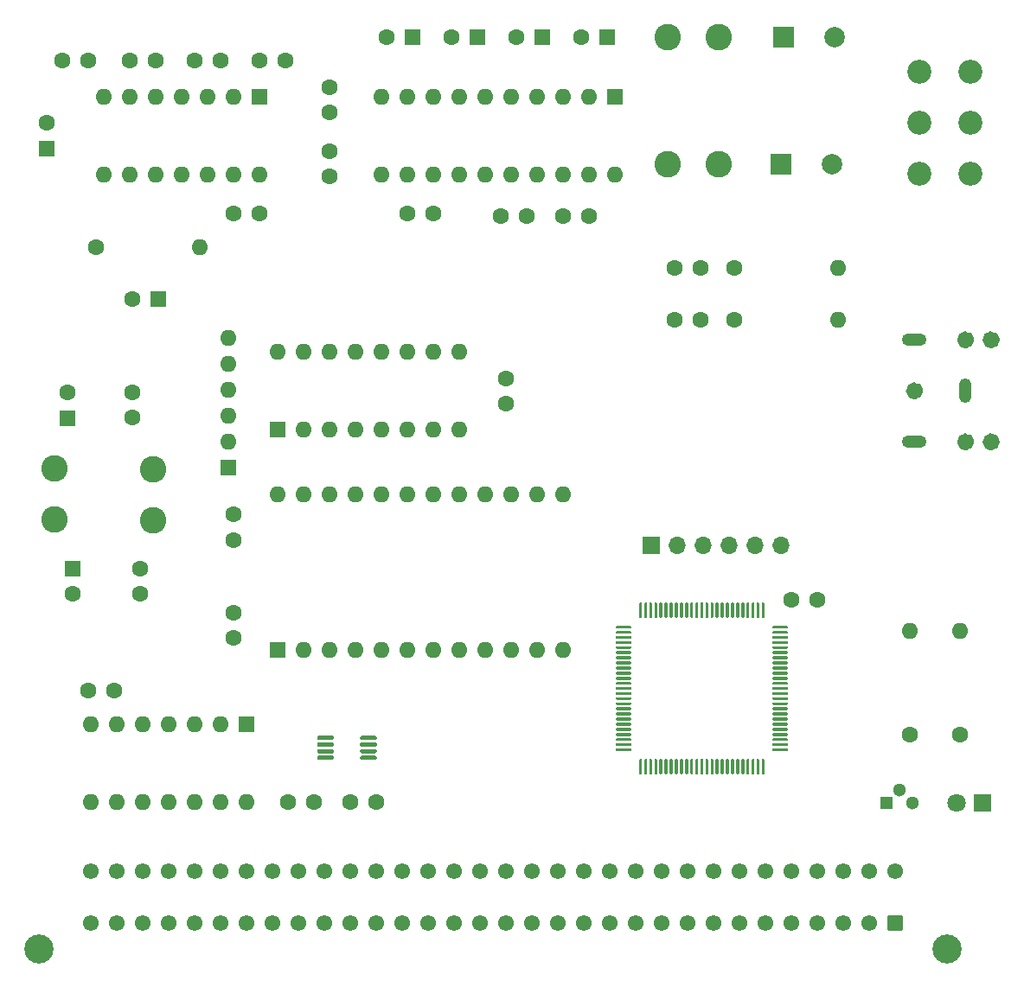
<source format=gts>
G04 #@! TF.GenerationSoftware,KiCad,Pcbnew,(5.1.10)-1*
G04 #@! TF.CreationDate,2021-07-30T10:23:40+01:00*
G04 #@! TF.ProjectId,AudioYM2151,41756469-6f59-44d3-9231-35312e6b6963,rev?*
G04 #@! TF.SameCoordinates,Original*
G04 #@! TF.FileFunction,Soldermask,Top*
G04 #@! TF.FilePolarity,Negative*
%FSLAX46Y46*%
G04 Gerber Fmt 4.6, Leading zero omitted, Abs format (unit mm)*
G04 Created by KiCad (PCBNEW (5.1.10)-1) date 2021-07-30 10:23:40*
%MOMM*%
%LPD*%
G01*
G04 APERTURE LIST*
%ADD10C,0.854000*%
%ADD11C,2.000000*%
%ADD12R,2.000000X2.000000*%
%ADD13C,2.600000*%
%ADD14C,1.600000*%
%ADD15R,1.600000X1.600000*%
%ADD16O,1.600000X1.600000*%
%ADD17C,2.340000*%
%ADD18R,1.300000X1.300000*%
%ADD19C,1.300000*%
%ADD20C,1.200000*%
%ADD21O,2.416000X1.208000*%
%ADD22O,1.208000X2.416000*%
%ADD23C,1.550000*%
%ADD24C,2.850000*%
%ADD25O,1.700000X1.700000*%
%ADD26R,1.700000X1.700000*%
%ADD27C,1.800000*%
%ADD28R,1.800000X1.800000*%
G04 APERTURE END LIST*
D10*
X198547000Y-87573000D02*
G75*
G03*
X198547000Y-87573000I-427000J0D01*
G01*
X196047000Y-87573000D02*
G75*
G03*
X196047000Y-87573000I-427000J0D01*
G01*
X198547000Y-97573000D02*
G75*
G03*
X198547000Y-97573000I-427000J0D01*
G01*
X196047000Y-97573000D02*
G75*
G03*
X196047000Y-97573000I-427000J0D01*
G01*
X191047000Y-92573000D02*
G75*
G03*
X191047000Y-92573000I-427000J0D01*
G01*
G36*
G01*
X163649000Y-114729500D02*
X163649000Y-113404500D01*
G75*
G02*
X163724000Y-113329500I75000J0D01*
G01*
X163874000Y-113329500D01*
G75*
G02*
X163949000Y-113404500I0J-75000D01*
G01*
X163949000Y-114729500D01*
G75*
G02*
X163874000Y-114804500I-75000J0D01*
G01*
X163724000Y-114804500D01*
G75*
G02*
X163649000Y-114729500I0J75000D01*
G01*
G37*
G36*
G01*
X164149000Y-114729500D02*
X164149000Y-113404500D01*
G75*
G02*
X164224000Y-113329500I75000J0D01*
G01*
X164374000Y-113329500D01*
G75*
G02*
X164449000Y-113404500I0J-75000D01*
G01*
X164449000Y-114729500D01*
G75*
G02*
X164374000Y-114804500I-75000J0D01*
G01*
X164224000Y-114804500D01*
G75*
G02*
X164149000Y-114729500I0J75000D01*
G01*
G37*
G36*
G01*
X164649000Y-114729500D02*
X164649000Y-113404500D01*
G75*
G02*
X164724000Y-113329500I75000J0D01*
G01*
X164874000Y-113329500D01*
G75*
G02*
X164949000Y-113404500I0J-75000D01*
G01*
X164949000Y-114729500D01*
G75*
G02*
X164874000Y-114804500I-75000J0D01*
G01*
X164724000Y-114804500D01*
G75*
G02*
X164649000Y-114729500I0J75000D01*
G01*
G37*
G36*
G01*
X165149000Y-114729500D02*
X165149000Y-113404500D01*
G75*
G02*
X165224000Y-113329500I75000J0D01*
G01*
X165374000Y-113329500D01*
G75*
G02*
X165449000Y-113404500I0J-75000D01*
G01*
X165449000Y-114729500D01*
G75*
G02*
X165374000Y-114804500I-75000J0D01*
G01*
X165224000Y-114804500D01*
G75*
G02*
X165149000Y-114729500I0J75000D01*
G01*
G37*
G36*
G01*
X165649000Y-114729500D02*
X165649000Y-113404500D01*
G75*
G02*
X165724000Y-113329500I75000J0D01*
G01*
X165874000Y-113329500D01*
G75*
G02*
X165949000Y-113404500I0J-75000D01*
G01*
X165949000Y-114729500D01*
G75*
G02*
X165874000Y-114804500I-75000J0D01*
G01*
X165724000Y-114804500D01*
G75*
G02*
X165649000Y-114729500I0J75000D01*
G01*
G37*
G36*
G01*
X166149000Y-114729500D02*
X166149000Y-113404500D01*
G75*
G02*
X166224000Y-113329500I75000J0D01*
G01*
X166374000Y-113329500D01*
G75*
G02*
X166449000Y-113404500I0J-75000D01*
G01*
X166449000Y-114729500D01*
G75*
G02*
X166374000Y-114804500I-75000J0D01*
G01*
X166224000Y-114804500D01*
G75*
G02*
X166149000Y-114729500I0J75000D01*
G01*
G37*
G36*
G01*
X166649000Y-114729500D02*
X166649000Y-113404500D01*
G75*
G02*
X166724000Y-113329500I75000J0D01*
G01*
X166874000Y-113329500D01*
G75*
G02*
X166949000Y-113404500I0J-75000D01*
G01*
X166949000Y-114729500D01*
G75*
G02*
X166874000Y-114804500I-75000J0D01*
G01*
X166724000Y-114804500D01*
G75*
G02*
X166649000Y-114729500I0J75000D01*
G01*
G37*
G36*
G01*
X167149000Y-114729500D02*
X167149000Y-113404500D01*
G75*
G02*
X167224000Y-113329500I75000J0D01*
G01*
X167374000Y-113329500D01*
G75*
G02*
X167449000Y-113404500I0J-75000D01*
G01*
X167449000Y-114729500D01*
G75*
G02*
X167374000Y-114804500I-75000J0D01*
G01*
X167224000Y-114804500D01*
G75*
G02*
X167149000Y-114729500I0J75000D01*
G01*
G37*
G36*
G01*
X167649000Y-114729500D02*
X167649000Y-113404500D01*
G75*
G02*
X167724000Y-113329500I75000J0D01*
G01*
X167874000Y-113329500D01*
G75*
G02*
X167949000Y-113404500I0J-75000D01*
G01*
X167949000Y-114729500D01*
G75*
G02*
X167874000Y-114804500I-75000J0D01*
G01*
X167724000Y-114804500D01*
G75*
G02*
X167649000Y-114729500I0J75000D01*
G01*
G37*
G36*
G01*
X168149000Y-114729500D02*
X168149000Y-113404500D01*
G75*
G02*
X168224000Y-113329500I75000J0D01*
G01*
X168374000Y-113329500D01*
G75*
G02*
X168449000Y-113404500I0J-75000D01*
G01*
X168449000Y-114729500D01*
G75*
G02*
X168374000Y-114804500I-75000J0D01*
G01*
X168224000Y-114804500D01*
G75*
G02*
X168149000Y-114729500I0J75000D01*
G01*
G37*
G36*
G01*
X168649000Y-114729500D02*
X168649000Y-113404500D01*
G75*
G02*
X168724000Y-113329500I75000J0D01*
G01*
X168874000Y-113329500D01*
G75*
G02*
X168949000Y-113404500I0J-75000D01*
G01*
X168949000Y-114729500D01*
G75*
G02*
X168874000Y-114804500I-75000J0D01*
G01*
X168724000Y-114804500D01*
G75*
G02*
X168649000Y-114729500I0J75000D01*
G01*
G37*
G36*
G01*
X169149000Y-114729500D02*
X169149000Y-113404500D01*
G75*
G02*
X169224000Y-113329500I75000J0D01*
G01*
X169374000Y-113329500D01*
G75*
G02*
X169449000Y-113404500I0J-75000D01*
G01*
X169449000Y-114729500D01*
G75*
G02*
X169374000Y-114804500I-75000J0D01*
G01*
X169224000Y-114804500D01*
G75*
G02*
X169149000Y-114729500I0J75000D01*
G01*
G37*
G36*
G01*
X169649000Y-114729500D02*
X169649000Y-113404500D01*
G75*
G02*
X169724000Y-113329500I75000J0D01*
G01*
X169874000Y-113329500D01*
G75*
G02*
X169949000Y-113404500I0J-75000D01*
G01*
X169949000Y-114729500D01*
G75*
G02*
X169874000Y-114804500I-75000J0D01*
G01*
X169724000Y-114804500D01*
G75*
G02*
X169649000Y-114729500I0J75000D01*
G01*
G37*
G36*
G01*
X170149000Y-114729500D02*
X170149000Y-113404500D01*
G75*
G02*
X170224000Y-113329500I75000J0D01*
G01*
X170374000Y-113329500D01*
G75*
G02*
X170449000Y-113404500I0J-75000D01*
G01*
X170449000Y-114729500D01*
G75*
G02*
X170374000Y-114804500I-75000J0D01*
G01*
X170224000Y-114804500D01*
G75*
G02*
X170149000Y-114729500I0J75000D01*
G01*
G37*
G36*
G01*
X170649000Y-114729500D02*
X170649000Y-113404500D01*
G75*
G02*
X170724000Y-113329500I75000J0D01*
G01*
X170874000Y-113329500D01*
G75*
G02*
X170949000Y-113404500I0J-75000D01*
G01*
X170949000Y-114729500D01*
G75*
G02*
X170874000Y-114804500I-75000J0D01*
G01*
X170724000Y-114804500D01*
G75*
G02*
X170649000Y-114729500I0J75000D01*
G01*
G37*
G36*
G01*
X171149000Y-114729500D02*
X171149000Y-113404500D01*
G75*
G02*
X171224000Y-113329500I75000J0D01*
G01*
X171374000Y-113329500D01*
G75*
G02*
X171449000Y-113404500I0J-75000D01*
G01*
X171449000Y-114729500D01*
G75*
G02*
X171374000Y-114804500I-75000J0D01*
G01*
X171224000Y-114804500D01*
G75*
G02*
X171149000Y-114729500I0J75000D01*
G01*
G37*
G36*
G01*
X171649000Y-114729500D02*
X171649000Y-113404500D01*
G75*
G02*
X171724000Y-113329500I75000J0D01*
G01*
X171874000Y-113329500D01*
G75*
G02*
X171949000Y-113404500I0J-75000D01*
G01*
X171949000Y-114729500D01*
G75*
G02*
X171874000Y-114804500I-75000J0D01*
G01*
X171724000Y-114804500D01*
G75*
G02*
X171649000Y-114729500I0J75000D01*
G01*
G37*
G36*
G01*
X172149000Y-114729500D02*
X172149000Y-113404500D01*
G75*
G02*
X172224000Y-113329500I75000J0D01*
G01*
X172374000Y-113329500D01*
G75*
G02*
X172449000Y-113404500I0J-75000D01*
G01*
X172449000Y-114729500D01*
G75*
G02*
X172374000Y-114804500I-75000J0D01*
G01*
X172224000Y-114804500D01*
G75*
G02*
X172149000Y-114729500I0J75000D01*
G01*
G37*
G36*
G01*
X172649000Y-114729500D02*
X172649000Y-113404500D01*
G75*
G02*
X172724000Y-113329500I75000J0D01*
G01*
X172874000Y-113329500D01*
G75*
G02*
X172949000Y-113404500I0J-75000D01*
G01*
X172949000Y-114729500D01*
G75*
G02*
X172874000Y-114804500I-75000J0D01*
G01*
X172724000Y-114804500D01*
G75*
G02*
X172649000Y-114729500I0J75000D01*
G01*
G37*
G36*
G01*
X173149000Y-114729500D02*
X173149000Y-113404500D01*
G75*
G02*
X173224000Y-113329500I75000J0D01*
G01*
X173374000Y-113329500D01*
G75*
G02*
X173449000Y-113404500I0J-75000D01*
G01*
X173449000Y-114729500D01*
G75*
G02*
X173374000Y-114804500I-75000J0D01*
G01*
X173224000Y-114804500D01*
G75*
G02*
X173149000Y-114729500I0J75000D01*
G01*
G37*
G36*
G01*
X173649000Y-114729500D02*
X173649000Y-113404500D01*
G75*
G02*
X173724000Y-113329500I75000J0D01*
G01*
X173874000Y-113329500D01*
G75*
G02*
X173949000Y-113404500I0J-75000D01*
G01*
X173949000Y-114729500D01*
G75*
G02*
X173874000Y-114804500I-75000J0D01*
G01*
X173724000Y-114804500D01*
G75*
G02*
X173649000Y-114729500I0J75000D01*
G01*
G37*
G36*
G01*
X174149000Y-114729500D02*
X174149000Y-113404500D01*
G75*
G02*
X174224000Y-113329500I75000J0D01*
G01*
X174374000Y-113329500D01*
G75*
G02*
X174449000Y-113404500I0J-75000D01*
G01*
X174449000Y-114729500D01*
G75*
G02*
X174374000Y-114804500I-75000J0D01*
G01*
X174224000Y-114804500D01*
G75*
G02*
X174149000Y-114729500I0J75000D01*
G01*
G37*
G36*
G01*
X174649000Y-114729500D02*
X174649000Y-113404500D01*
G75*
G02*
X174724000Y-113329500I75000J0D01*
G01*
X174874000Y-113329500D01*
G75*
G02*
X174949000Y-113404500I0J-75000D01*
G01*
X174949000Y-114729500D01*
G75*
G02*
X174874000Y-114804500I-75000J0D01*
G01*
X174724000Y-114804500D01*
G75*
G02*
X174649000Y-114729500I0J75000D01*
G01*
G37*
G36*
G01*
X175149000Y-114729500D02*
X175149000Y-113404500D01*
G75*
G02*
X175224000Y-113329500I75000J0D01*
G01*
X175374000Y-113329500D01*
G75*
G02*
X175449000Y-113404500I0J-75000D01*
G01*
X175449000Y-114729500D01*
G75*
G02*
X175374000Y-114804500I-75000J0D01*
G01*
X175224000Y-114804500D01*
G75*
G02*
X175149000Y-114729500I0J75000D01*
G01*
G37*
G36*
G01*
X175649000Y-114729500D02*
X175649000Y-113404500D01*
G75*
G02*
X175724000Y-113329500I75000J0D01*
G01*
X175874000Y-113329500D01*
G75*
G02*
X175949000Y-113404500I0J-75000D01*
G01*
X175949000Y-114729500D01*
G75*
G02*
X175874000Y-114804500I-75000J0D01*
G01*
X175724000Y-114804500D01*
G75*
G02*
X175649000Y-114729500I0J75000D01*
G01*
G37*
G36*
G01*
X176724000Y-115804500D02*
X176724000Y-115654500D01*
G75*
G02*
X176799000Y-115579500I75000J0D01*
G01*
X178124000Y-115579500D01*
G75*
G02*
X178199000Y-115654500I0J-75000D01*
G01*
X178199000Y-115804500D01*
G75*
G02*
X178124000Y-115879500I-75000J0D01*
G01*
X176799000Y-115879500D01*
G75*
G02*
X176724000Y-115804500I0J75000D01*
G01*
G37*
G36*
G01*
X176724000Y-116304500D02*
X176724000Y-116154500D01*
G75*
G02*
X176799000Y-116079500I75000J0D01*
G01*
X178124000Y-116079500D01*
G75*
G02*
X178199000Y-116154500I0J-75000D01*
G01*
X178199000Y-116304500D01*
G75*
G02*
X178124000Y-116379500I-75000J0D01*
G01*
X176799000Y-116379500D01*
G75*
G02*
X176724000Y-116304500I0J75000D01*
G01*
G37*
G36*
G01*
X176724000Y-116804500D02*
X176724000Y-116654500D01*
G75*
G02*
X176799000Y-116579500I75000J0D01*
G01*
X178124000Y-116579500D01*
G75*
G02*
X178199000Y-116654500I0J-75000D01*
G01*
X178199000Y-116804500D01*
G75*
G02*
X178124000Y-116879500I-75000J0D01*
G01*
X176799000Y-116879500D01*
G75*
G02*
X176724000Y-116804500I0J75000D01*
G01*
G37*
G36*
G01*
X176724000Y-117304500D02*
X176724000Y-117154500D01*
G75*
G02*
X176799000Y-117079500I75000J0D01*
G01*
X178124000Y-117079500D01*
G75*
G02*
X178199000Y-117154500I0J-75000D01*
G01*
X178199000Y-117304500D01*
G75*
G02*
X178124000Y-117379500I-75000J0D01*
G01*
X176799000Y-117379500D01*
G75*
G02*
X176724000Y-117304500I0J75000D01*
G01*
G37*
G36*
G01*
X176724000Y-117804500D02*
X176724000Y-117654500D01*
G75*
G02*
X176799000Y-117579500I75000J0D01*
G01*
X178124000Y-117579500D01*
G75*
G02*
X178199000Y-117654500I0J-75000D01*
G01*
X178199000Y-117804500D01*
G75*
G02*
X178124000Y-117879500I-75000J0D01*
G01*
X176799000Y-117879500D01*
G75*
G02*
X176724000Y-117804500I0J75000D01*
G01*
G37*
G36*
G01*
X176724000Y-118304500D02*
X176724000Y-118154500D01*
G75*
G02*
X176799000Y-118079500I75000J0D01*
G01*
X178124000Y-118079500D01*
G75*
G02*
X178199000Y-118154500I0J-75000D01*
G01*
X178199000Y-118304500D01*
G75*
G02*
X178124000Y-118379500I-75000J0D01*
G01*
X176799000Y-118379500D01*
G75*
G02*
X176724000Y-118304500I0J75000D01*
G01*
G37*
G36*
G01*
X176724000Y-118804500D02*
X176724000Y-118654500D01*
G75*
G02*
X176799000Y-118579500I75000J0D01*
G01*
X178124000Y-118579500D01*
G75*
G02*
X178199000Y-118654500I0J-75000D01*
G01*
X178199000Y-118804500D01*
G75*
G02*
X178124000Y-118879500I-75000J0D01*
G01*
X176799000Y-118879500D01*
G75*
G02*
X176724000Y-118804500I0J75000D01*
G01*
G37*
G36*
G01*
X176724000Y-119304500D02*
X176724000Y-119154500D01*
G75*
G02*
X176799000Y-119079500I75000J0D01*
G01*
X178124000Y-119079500D01*
G75*
G02*
X178199000Y-119154500I0J-75000D01*
G01*
X178199000Y-119304500D01*
G75*
G02*
X178124000Y-119379500I-75000J0D01*
G01*
X176799000Y-119379500D01*
G75*
G02*
X176724000Y-119304500I0J75000D01*
G01*
G37*
G36*
G01*
X176724000Y-119804500D02*
X176724000Y-119654500D01*
G75*
G02*
X176799000Y-119579500I75000J0D01*
G01*
X178124000Y-119579500D01*
G75*
G02*
X178199000Y-119654500I0J-75000D01*
G01*
X178199000Y-119804500D01*
G75*
G02*
X178124000Y-119879500I-75000J0D01*
G01*
X176799000Y-119879500D01*
G75*
G02*
X176724000Y-119804500I0J75000D01*
G01*
G37*
G36*
G01*
X176724000Y-120304500D02*
X176724000Y-120154500D01*
G75*
G02*
X176799000Y-120079500I75000J0D01*
G01*
X178124000Y-120079500D01*
G75*
G02*
X178199000Y-120154500I0J-75000D01*
G01*
X178199000Y-120304500D01*
G75*
G02*
X178124000Y-120379500I-75000J0D01*
G01*
X176799000Y-120379500D01*
G75*
G02*
X176724000Y-120304500I0J75000D01*
G01*
G37*
G36*
G01*
X176724000Y-120804500D02*
X176724000Y-120654500D01*
G75*
G02*
X176799000Y-120579500I75000J0D01*
G01*
X178124000Y-120579500D01*
G75*
G02*
X178199000Y-120654500I0J-75000D01*
G01*
X178199000Y-120804500D01*
G75*
G02*
X178124000Y-120879500I-75000J0D01*
G01*
X176799000Y-120879500D01*
G75*
G02*
X176724000Y-120804500I0J75000D01*
G01*
G37*
G36*
G01*
X176724000Y-121304500D02*
X176724000Y-121154500D01*
G75*
G02*
X176799000Y-121079500I75000J0D01*
G01*
X178124000Y-121079500D01*
G75*
G02*
X178199000Y-121154500I0J-75000D01*
G01*
X178199000Y-121304500D01*
G75*
G02*
X178124000Y-121379500I-75000J0D01*
G01*
X176799000Y-121379500D01*
G75*
G02*
X176724000Y-121304500I0J75000D01*
G01*
G37*
G36*
G01*
X176724000Y-121804500D02*
X176724000Y-121654500D01*
G75*
G02*
X176799000Y-121579500I75000J0D01*
G01*
X178124000Y-121579500D01*
G75*
G02*
X178199000Y-121654500I0J-75000D01*
G01*
X178199000Y-121804500D01*
G75*
G02*
X178124000Y-121879500I-75000J0D01*
G01*
X176799000Y-121879500D01*
G75*
G02*
X176724000Y-121804500I0J75000D01*
G01*
G37*
G36*
G01*
X176724000Y-122304500D02*
X176724000Y-122154500D01*
G75*
G02*
X176799000Y-122079500I75000J0D01*
G01*
X178124000Y-122079500D01*
G75*
G02*
X178199000Y-122154500I0J-75000D01*
G01*
X178199000Y-122304500D01*
G75*
G02*
X178124000Y-122379500I-75000J0D01*
G01*
X176799000Y-122379500D01*
G75*
G02*
X176724000Y-122304500I0J75000D01*
G01*
G37*
G36*
G01*
X176724000Y-122804500D02*
X176724000Y-122654500D01*
G75*
G02*
X176799000Y-122579500I75000J0D01*
G01*
X178124000Y-122579500D01*
G75*
G02*
X178199000Y-122654500I0J-75000D01*
G01*
X178199000Y-122804500D01*
G75*
G02*
X178124000Y-122879500I-75000J0D01*
G01*
X176799000Y-122879500D01*
G75*
G02*
X176724000Y-122804500I0J75000D01*
G01*
G37*
G36*
G01*
X176724000Y-123304500D02*
X176724000Y-123154500D01*
G75*
G02*
X176799000Y-123079500I75000J0D01*
G01*
X178124000Y-123079500D01*
G75*
G02*
X178199000Y-123154500I0J-75000D01*
G01*
X178199000Y-123304500D01*
G75*
G02*
X178124000Y-123379500I-75000J0D01*
G01*
X176799000Y-123379500D01*
G75*
G02*
X176724000Y-123304500I0J75000D01*
G01*
G37*
G36*
G01*
X176724000Y-123804500D02*
X176724000Y-123654500D01*
G75*
G02*
X176799000Y-123579500I75000J0D01*
G01*
X178124000Y-123579500D01*
G75*
G02*
X178199000Y-123654500I0J-75000D01*
G01*
X178199000Y-123804500D01*
G75*
G02*
X178124000Y-123879500I-75000J0D01*
G01*
X176799000Y-123879500D01*
G75*
G02*
X176724000Y-123804500I0J75000D01*
G01*
G37*
G36*
G01*
X176724000Y-124304500D02*
X176724000Y-124154500D01*
G75*
G02*
X176799000Y-124079500I75000J0D01*
G01*
X178124000Y-124079500D01*
G75*
G02*
X178199000Y-124154500I0J-75000D01*
G01*
X178199000Y-124304500D01*
G75*
G02*
X178124000Y-124379500I-75000J0D01*
G01*
X176799000Y-124379500D01*
G75*
G02*
X176724000Y-124304500I0J75000D01*
G01*
G37*
G36*
G01*
X176724000Y-124804500D02*
X176724000Y-124654500D01*
G75*
G02*
X176799000Y-124579500I75000J0D01*
G01*
X178124000Y-124579500D01*
G75*
G02*
X178199000Y-124654500I0J-75000D01*
G01*
X178199000Y-124804500D01*
G75*
G02*
X178124000Y-124879500I-75000J0D01*
G01*
X176799000Y-124879500D01*
G75*
G02*
X176724000Y-124804500I0J75000D01*
G01*
G37*
G36*
G01*
X176724000Y-125304500D02*
X176724000Y-125154500D01*
G75*
G02*
X176799000Y-125079500I75000J0D01*
G01*
X178124000Y-125079500D01*
G75*
G02*
X178199000Y-125154500I0J-75000D01*
G01*
X178199000Y-125304500D01*
G75*
G02*
X178124000Y-125379500I-75000J0D01*
G01*
X176799000Y-125379500D01*
G75*
G02*
X176724000Y-125304500I0J75000D01*
G01*
G37*
G36*
G01*
X176724000Y-125804500D02*
X176724000Y-125654500D01*
G75*
G02*
X176799000Y-125579500I75000J0D01*
G01*
X178124000Y-125579500D01*
G75*
G02*
X178199000Y-125654500I0J-75000D01*
G01*
X178199000Y-125804500D01*
G75*
G02*
X178124000Y-125879500I-75000J0D01*
G01*
X176799000Y-125879500D01*
G75*
G02*
X176724000Y-125804500I0J75000D01*
G01*
G37*
G36*
G01*
X176724000Y-126304500D02*
X176724000Y-126154500D01*
G75*
G02*
X176799000Y-126079500I75000J0D01*
G01*
X178124000Y-126079500D01*
G75*
G02*
X178199000Y-126154500I0J-75000D01*
G01*
X178199000Y-126304500D01*
G75*
G02*
X178124000Y-126379500I-75000J0D01*
G01*
X176799000Y-126379500D01*
G75*
G02*
X176724000Y-126304500I0J75000D01*
G01*
G37*
G36*
G01*
X176724000Y-126804500D02*
X176724000Y-126654500D01*
G75*
G02*
X176799000Y-126579500I75000J0D01*
G01*
X178124000Y-126579500D01*
G75*
G02*
X178199000Y-126654500I0J-75000D01*
G01*
X178199000Y-126804500D01*
G75*
G02*
X178124000Y-126879500I-75000J0D01*
G01*
X176799000Y-126879500D01*
G75*
G02*
X176724000Y-126804500I0J75000D01*
G01*
G37*
G36*
G01*
X176724000Y-127304500D02*
X176724000Y-127154500D01*
G75*
G02*
X176799000Y-127079500I75000J0D01*
G01*
X178124000Y-127079500D01*
G75*
G02*
X178199000Y-127154500I0J-75000D01*
G01*
X178199000Y-127304500D01*
G75*
G02*
X178124000Y-127379500I-75000J0D01*
G01*
X176799000Y-127379500D01*
G75*
G02*
X176724000Y-127304500I0J75000D01*
G01*
G37*
G36*
G01*
X176724000Y-127804500D02*
X176724000Y-127654500D01*
G75*
G02*
X176799000Y-127579500I75000J0D01*
G01*
X178124000Y-127579500D01*
G75*
G02*
X178199000Y-127654500I0J-75000D01*
G01*
X178199000Y-127804500D01*
G75*
G02*
X178124000Y-127879500I-75000J0D01*
G01*
X176799000Y-127879500D01*
G75*
G02*
X176724000Y-127804500I0J75000D01*
G01*
G37*
G36*
G01*
X175649000Y-130054500D02*
X175649000Y-128729500D01*
G75*
G02*
X175724000Y-128654500I75000J0D01*
G01*
X175874000Y-128654500D01*
G75*
G02*
X175949000Y-128729500I0J-75000D01*
G01*
X175949000Y-130054500D01*
G75*
G02*
X175874000Y-130129500I-75000J0D01*
G01*
X175724000Y-130129500D01*
G75*
G02*
X175649000Y-130054500I0J75000D01*
G01*
G37*
G36*
G01*
X175149000Y-130054500D02*
X175149000Y-128729500D01*
G75*
G02*
X175224000Y-128654500I75000J0D01*
G01*
X175374000Y-128654500D01*
G75*
G02*
X175449000Y-128729500I0J-75000D01*
G01*
X175449000Y-130054500D01*
G75*
G02*
X175374000Y-130129500I-75000J0D01*
G01*
X175224000Y-130129500D01*
G75*
G02*
X175149000Y-130054500I0J75000D01*
G01*
G37*
G36*
G01*
X174649000Y-130054500D02*
X174649000Y-128729500D01*
G75*
G02*
X174724000Y-128654500I75000J0D01*
G01*
X174874000Y-128654500D01*
G75*
G02*
X174949000Y-128729500I0J-75000D01*
G01*
X174949000Y-130054500D01*
G75*
G02*
X174874000Y-130129500I-75000J0D01*
G01*
X174724000Y-130129500D01*
G75*
G02*
X174649000Y-130054500I0J75000D01*
G01*
G37*
G36*
G01*
X174149000Y-130054500D02*
X174149000Y-128729500D01*
G75*
G02*
X174224000Y-128654500I75000J0D01*
G01*
X174374000Y-128654500D01*
G75*
G02*
X174449000Y-128729500I0J-75000D01*
G01*
X174449000Y-130054500D01*
G75*
G02*
X174374000Y-130129500I-75000J0D01*
G01*
X174224000Y-130129500D01*
G75*
G02*
X174149000Y-130054500I0J75000D01*
G01*
G37*
G36*
G01*
X173649000Y-130054500D02*
X173649000Y-128729500D01*
G75*
G02*
X173724000Y-128654500I75000J0D01*
G01*
X173874000Y-128654500D01*
G75*
G02*
X173949000Y-128729500I0J-75000D01*
G01*
X173949000Y-130054500D01*
G75*
G02*
X173874000Y-130129500I-75000J0D01*
G01*
X173724000Y-130129500D01*
G75*
G02*
X173649000Y-130054500I0J75000D01*
G01*
G37*
G36*
G01*
X173149000Y-130054500D02*
X173149000Y-128729500D01*
G75*
G02*
X173224000Y-128654500I75000J0D01*
G01*
X173374000Y-128654500D01*
G75*
G02*
X173449000Y-128729500I0J-75000D01*
G01*
X173449000Y-130054500D01*
G75*
G02*
X173374000Y-130129500I-75000J0D01*
G01*
X173224000Y-130129500D01*
G75*
G02*
X173149000Y-130054500I0J75000D01*
G01*
G37*
G36*
G01*
X172649000Y-130054500D02*
X172649000Y-128729500D01*
G75*
G02*
X172724000Y-128654500I75000J0D01*
G01*
X172874000Y-128654500D01*
G75*
G02*
X172949000Y-128729500I0J-75000D01*
G01*
X172949000Y-130054500D01*
G75*
G02*
X172874000Y-130129500I-75000J0D01*
G01*
X172724000Y-130129500D01*
G75*
G02*
X172649000Y-130054500I0J75000D01*
G01*
G37*
G36*
G01*
X172149000Y-130054500D02*
X172149000Y-128729500D01*
G75*
G02*
X172224000Y-128654500I75000J0D01*
G01*
X172374000Y-128654500D01*
G75*
G02*
X172449000Y-128729500I0J-75000D01*
G01*
X172449000Y-130054500D01*
G75*
G02*
X172374000Y-130129500I-75000J0D01*
G01*
X172224000Y-130129500D01*
G75*
G02*
X172149000Y-130054500I0J75000D01*
G01*
G37*
G36*
G01*
X171649000Y-130054500D02*
X171649000Y-128729500D01*
G75*
G02*
X171724000Y-128654500I75000J0D01*
G01*
X171874000Y-128654500D01*
G75*
G02*
X171949000Y-128729500I0J-75000D01*
G01*
X171949000Y-130054500D01*
G75*
G02*
X171874000Y-130129500I-75000J0D01*
G01*
X171724000Y-130129500D01*
G75*
G02*
X171649000Y-130054500I0J75000D01*
G01*
G37*
G36*
G01*
X171149000Y-130054500D02*
X171149000Y-128729500D01*
G75*
G02*
X171224000Y-128654500I75000J0D01*
G01*
X171374000Y-128654500D01*
G75*
G02*
X171449000Y-128729500I0J-75000D01*
G01*
X171449000Y-130054500D01*
G75*
G02*
X171374000Y-130129500I-75000J0D01*
G01*
X171224000Y-130129500D01*
G75*
G02*
X171149000Y-130054500I0J75000D01*
G01*
G37*
G36*
G01*
X170649000Y-130054500D02*
X170649000Y-128729500D01*
G75*
G02*
X170724000Y-128654500I75000J0D01*
G01*
X170874000Y-128654500D01*
G75*
G02*
X170949000Y-128729500I0J-75000D01*
G01*
X170949000Y-130054500D01*
G75*
G02*
X170874000Y-130129500I-75000J0D01*
G01*
X170724000Y-130129500D01*
G75*
G02*
X170649000Y-130054500I0J75000D01*
G01*
G37*
G36*
G01*
X170149000Y-130054500D02*
X170149000Y-128729500D01*
G75*
G02*
X170224000Y-128654500I75000J0D01*
G01*
X170374000Y-128654500D01*
G75*
G02*
X170449000Y-128729500I0J-75000D01*
G01*
X170449000Y-130054500D01*
G75*
G02*
X170374000Y-130129500I-75000J0D01*
G01*
X170224000Y-130129500D01*
G75*
G02*
X170149000Y-130054500I0J75000D01*
G01*
G37*
G36*
G01*
X169649000Y-130054500D02*
X169649000Y-128729500D01*
G75*
G02*
X169724000Y-128654500I75000J0D01*
G01*
X169874000Y-128654500D01*
G75*
G02*
X169949000Y-128729500I0J-75000D01*
G01*
X169949000Y-130054500D01*
G75*
G02*
X169874000Y-130129500I-75000J0D01*
G01*
X169724000Y-130129500D01*
G75*
G02*
X169649000Y-130054500I0J75000D01*
G01*
G37*
G36*
G01*
X169149000Y-130054500D02*
X169149000Y-128729500D01*
G75*
G02*
X169224000Y-128654500I75000J0D01*
G01*
X169374000Y-128654500D01*
G75*
G02*
X169449000Y-128729500I0J-75000D01*
G01*
X169449000Y-130054500D01*
G75*
G02*
X169374000Y-130129500I-75000J0D01*
G01*
X169224000Y-130129500D01*
G75*
G02*
X169149000Y-130054500I0J75000D01*
G01*
G37*
G36*
G01*
X168649000Y-130054500D02*
X168649000Y-128729500D01*
G75*
G02*
X168724000Y-128654500I75000J0D01*
G01*
X168874000Y-128654500D01*
G75*
G02*
X168949000Y-128729500I0J-75000D01*
G01*
X168949000Y-130054500D01*
G75*
G02*
X168874000Y-130129500I-75000J0D01*
G01*
X168724000Y-130129500D01*
G75*
G02*
X168649000Y-130054500I0J75000D01*
G01*
G37*
G36*
G01*
X168149000Y-130054500D02*
X168149000Y-128729500D01*
G75*
G02*
X168224000Y-128654500I75000J0D01*
G01*
X168374000Y-128654500D01*
G75*
G02*
X168449000Y-128729500I0J-75000D01*
G01*
X168449000Y-130054500D01*
G75*
G02*
X168374000Y-130129500I-75000J0D01*
G01*
X168224000Y-130129500D01*
G75*
G02*
X168149000Y-130054500I0J75000D01*
G01*
G37*
G36*
G01*
X167649000Y-130054500D02*
X167649000Y-128729500D01*
G75*
G02*
X167724000Y-128654500I75000J0D01*
G01*
X167874000Y-128654500D01*
G75*
G02*
X167949000Y-128729500I0J-75000D01*
G01*
X167949000Y-130054500D01*
G75*
G02*
X167874000Y-130129500I-75000J0D01*
G01*
X167724000Y-130129500D01*
G75*
G02*
X167649000Y-130054500I0J75000D01*
G01*
G37*
G36*
G01*
X167149000Y-130054500D02*
X167149000Y-128729500D01*
G75*
G02*
X167224000Y-128654500I75000J0D01*
G01*
X167374000Y-128654500D01*
G75*
G02*
X167449000Y-128729500I0J-75000D01*
G01*
X167449000Y-130054500D01*
G75*
G02*
X167374000Y-130129500I-75000J0D01*
G01*
X167224000Y-130129500D01*
G75*
G02*
X167149000Y-130054500I0J75000D01*
G01*
G37*
G36*
G01*
X166649000Y-130054500D02*
X166649000Y-128729500D01*
G75*
G02*
X166724000Y-128654500I75000J0D01*
G01*
X166874000Y-128654500D01*
G75*
G02*
X166949000Y-128729500I0J-75000D01*
G01*
X166949000Y-130054500D01*
G75*
G02*
X166874000Y-130129500I-75000J0D01*
G01*
X166724000Y-130129500D01*
G75*
G02*
X166649000Y-130054500I0J75000D01*
G01*
G37*
G36*
G01*
X166149000Y-130054500D02*
X166149000Y-128729500D01*
G75*
G02*
X166224000Y-128654500I75000J0D01*
G01*
X166374000Y-128654500D01*
G75*
G02*
X166449000Y-128729500I0J-75000D01*
G01*
X166449000Y-130054500D01*
G75*
G02*
X166374000Y-130129500I-75000J0D01*
G01*
X166224000Y-130129500D01*
G75*
G02*
X166149000Y-130054500I0J75000D01*
G01*
G37*
G36*
G01*
X165649000Y-130054500D02*
X165649000Y-128729500D01*
G75*
G02*
X165724000Y-128654500I75000J0D01*
G01*
X165874000Y-128654500D01*
G75*
G02*
X165949000Y-128729500I0J-75000D01*
G01*
X165949000Y-130054500D01*
G75*
G02*
X165874000Y-130129500I-75000J0D01*
G01*
X165724000Y-130129500D01*
G75*
G02*
X165649000Y-130054500I0J75000D01*
G01*
G37*
G36*
G01*
X165149000Y-130054500D02*
X165149000Y-128729500D01*
G75*
G02*
X165224000Y-128654500I75000J0D01*
G01*
X165374000Y-128654500D01*
G75*
G02*
X165449000Y-128729500I0J-75000D01*
G01*
X165449000Y-130054500D01*
G75*
G02*
X165374000Y-130129500I-75000J0D01*
G01*
X165224000Y-130129500D01*
G75*
G02*
X165149000Y-130054500I0J75000D01*
G01*
G37*
G36*
G01*
X164649000Y-130054500D02*
X164649000Y-128729500D01*
G75*
G02*
X164724000Y-128654500I75000J0D01*
G01*
X164874000Y-128654500D01*
G75*
G02*
X164949000Y-128729500I0J-75000D01*
G01*
X164949000Y-130054500D01*
G75*
G02*
X164874000Y-130129500I-75000J0D01*
G01*
X164724000Y-130129500D01*
G75*
G02*
X164649000Y-130054500I0J75000D01*
G01*
G37*
G36*
G01*
X164149000Y-130054500D02*
X164149000Y-128729500D01*
G75*
G02*
X164224000Y-128654500I75000J0D01*
G01*
X164374000Y-128654500D01*
G75*
G02*
X164449000Y-128729500I0J-75000D01*
G01*
X164449000Y-130054500D01*
G75*
G02*
X164374000Y-130129500I-75000J0D01*
G01*
X164224000Y-130129500D01*
G75*
G02*
X164149000Y-130054500I0J75000D01*
G01*
G37*
G36*
G01*
X163649000Y-130054500D02*
X163649000Y-128729500D01*
G75*
G02*
X163724000Y-128654500I75000J0D01*
G01*
X163874000Y-128654500D01*
G75*
G02*
X163949000Y-128729500I0J-75000D01*
G01*
X163949000Y-130054500D01*
G75*
G02*
X163874000Y-130129500I-75000J0D01*
G01*
X163724000Y-130129500D01*
G75*
G02*
X163649000Y-130054500I0J75000D01*
G01*
G37*
G36*
G01*
X161399000Y-127804500D02*
X161399000Y-127654500D01*
G75*
G02*
X161474000Y-127579500I75000J0D01*
G01*
X162799000Y-127579500D01*
G75*
G02*
X162874000Y-127654500I0J-75000D01*
G01*
X162874000Y-127804500D01*
G75*
G02*
X162799000Y-127879500I-75000J0D01*
G01*
X161474000Y-127879500D01*
G75*
G02*
X161399000Y-127804500I0J75000D01*
G01*
G37*
G36*
G01*
X161399000Y-127304500D02*
X161399000Y-127154500D01*
G75*
G02*
X161474000Y-127079500I75000J0D01*
G01*
X162799000Y-127079500D01*
G75*
G02*
X162874000Y-127154500I0J-75000D01*
G01*
X162874000Y-127304500D01*
G75*
G02*
X162799000Y-127379500I-75000J0D01*
G01*
X161474000Y-127379500D01*
G75*
G02*
X161399000Y-127304500I0J75000D01*
G01*
G37*
G36*
G01*
X161399000Y-126804500D02*
X161399000Y-126654500D01*
G75*
G02*
X161474000Y-126579500I75000J0D01*
G01*
X162799000Y-126579500D01*
G75*
G02*
X162874000Y-126654500I0J-75000D01*
G01*
X162874000Y-126804500D01*
G75*
G02*
X162799000Y-126879500I-75000J0D01*
G01*
X161474000Y-126879500D01*
G75*
G02*
X161399000Y-126804500I0J75000D01*
G01*
G37*
G36*
G01*
X161399000Y-126304500D02*
X161399000Y-126154500D01*
G75*
G02*
X161474000Y-126079500I75000J0D01*
G01*
X162799000Y-126079500D01*
G75*
G02*
X162874000Y-126154500I0J-75000D01*
G01*
X162874000Y-126304500D01*
G75*
G02*
X162799000Y-126379500I-75000J0D01*
G01*
X161474000Y-126379500D01*
G75*
G02*
X161399000Y-126304500I0J75000D01*
G01*
G37*
G36*
G01*
X161399000Y-125804500D02*
X161399000Y-125654500D01*
G75*
G02*
X161474000Y-125579500I75000J0D01*
G01*
X162799000Y-125579500D01*
G75*
G02*
X162874000Y-125654500I0J-75000D01*
G01*
X162874000Y-125804500D01*
G75*
G02*
X162799000Y-125879500I-75000J0D01*
G01*
X161474000Y-125879500D01*
G75*
G02*
X161399000Y-125804500I0J75000D01*
G01*
G37*
G36*
G01*
X161399000Y-125304500D02*
X161399000Y-125154500D01*
G75*
G02*
X161474000Y-125079500I75000J0D01*
G01*
X162799000Y-125079500D01*
G75*
G02*
X162874000Y-125154500I0J-75000D01*
G01*
X162874000Y-125304500D01*
G75*
G02*
X162799000Y-125379500I-75000J0D01*
G01*
X161474000Y-125379500D01*
G75*
G02*
X161399000Y-125304500I0J75000D01*
G01*
G37*
G36*
G01*
X161399000Y-124804500D02*
X161399000Y-124654500D01*
G75*
G02*
X161474000Y-124579500I75000J0D01*
G01*
X162799000Y-124579500D01*
G75*
G02*
X162874000Y-124654500I0J-75000D01*
G01*
X162874000Y-124804500D01*
G75*
G02*
X162799000Y-124879500I-75000J0D01*
G01*
X161474000Y-124879500D01*
G75*
G02*
X161399000Y-124804500I0J75000D01*
G01*
G37*
G36*
G01*
X161399000Y-124304500D02*
X161399000Y-124154500D01*
G75*
G02*
X161474000Y-124079500I75000J0D01*
G01*
X162799000Y-124079500D01*
G75*
G02*
X162874000Y-124154500I0J-75000D01*
G01*
X162874000Y-124304500D01*
G75*
G02*
X162799000Y-124379500I-75000J0D01*
G01*
X161474000Y-124379500D01*
G75*
G02*
X161399000Y-124304500I0J75000D01*
G01*
G37*
G36*
G01*
X161399000Y-123804500D02*
X161399000Y-123654500D01*
G75*
G02*
X161474000Y-123579500I75000J0D01*
G01*
X162799000Y-123579500D01*
G75*
G02*
X162874000Y-123654500I0J-75000D01*
G01*
X162874000Y-123804500D01*
G75*
G02*
X162799000Y-123879500I-75000J0D01*
G01*
X161474000Y-123879500D01*
G75*
G02*
X161399000Y-123804500I0J75000D01*
G01*
G37*
G36*
G01*
X161399000Y-123304500D02*
X161399000Y-123154500D01*
G75*
G02*
X161474000Y-123079500I75000J0D01*
G01*
X162799000Y-123079500D01*
G75*
G02*
X162874000Y-123154500I0J-75000D01*
G01*
X162874000Y-123304500D01*
G75*
G02*
X162799000Y-123379500I-75000J0D01*
G01*
X161474000Y-123379500D01*
G75*
G02*
X161399000Y-123304500I0J75000D01*
G01*
G37*
G36*
G01*
X161399000Y-122804500D02*
X161399000Y-122654500D01*
G75*
G02*
X161474000Y-122579500I75000J0D01*
G01*
X162799000Y-122579500D01*
G75*
G02*
X162874000Y-122654500I0J-75000D01*
G01*
X162874000Y-122804500D01*
G75*
G02*
X162799000Y-122879500I-75000J0D01*
G01*
X161474000Y-122879500D01*
G75*
G02*
X161399000Y-122804500I0J75000D01*
G01*
G37*
G36*
G01*
X161399000Y-122304500D02*
X161399000Y-122154500D01*
G75*
G02*
X161474000Y-122079500I75000J0D01*
G01*
X162799000Y-122079500D01*
G75*
G02*
X162874000Y-122154500I0J-75000D01*
G01*
X162874000Y-122304500D01*
G75*
G02*
X162799000Y-122379500I-75000J0D01*
G01*
X161474000Y-122379500D01*
G75*
G02*
X161399000Y-122304500I0J75000D01*
G01*
G37*
G36*
G01*
X161399000Y-121804500D02*
X161399000Y-121654500D01*
G75*
G02*
X161474000Y-121579500I75000J0D01*
G01*
X162799000Y-121579500D01*
G75*
G02*
X162874000Y-121654500I0J-75000D01*
G01*
X162874000Y-121804500D01*
G75*
G02*
X162799000Y-121879500I-75000J0D01*
G01*
X161474000Y-121879500D01*
G75*
G02*
X161399000Y-121804500I0J75000D01*
G01*
G37*
G36*
G01*
X161399000Y-121304500D02*
X161399000Y-121154500D01*
G75*
G02*
X161474000Y-121079500I75000J0D01*
G01*
X162799000Y-121079500D01*
G75*
G02*
X162874000Y-121154500I0J-75000D01*
G01*
X162874000Y-121304500D01*
G75*
G02*
X162799000Y-121379500I-75000J0D01*
G01*
X161474000Y-121379500D01*
G75*
G02*
X161399000Y-121304500I0J75000D01*
G01*
G37*
G36*
G01*
X161399000Y-120804500D02*
X161399000Y-120654500D01*
G75*
G02*
X161474000Y-120579500I75000J0D01*
G01*
X162799000Y-120579500D01*
G75*
G02*
X162874000Y-120654500I0J-75000D01*
G01*
X162874000Y-120804500D01*
G75*
G02*
X162799000Y-120879500I-75000J0D01*
G01*
X161474000Y-120879500D01*
G75*
G02*
X161399000Y-120804500I0J75000D01*
G01*
G37*
G36*
G01*
X161399000Y-120304500D02*
X161399000Y-120154500D01*
G75*
G02*
X161474000Y-120079500I75000J0D01*
G01*
X162799000Y-120079500D01*
G75*
G02*
X162874000Y-120154500I0J-75000D01*
G01*
X162874000Y-120304500D01*
G75*
G02*
X162799000Y-120379500I-75000J0D01*
G01*
X161474000Y-120379500D01*
G75*
G02*
X161399000Y-120304500I0J75000D01*
G01*
G37*
G36*
G01*
X161399000Y-119804500D02*
X161399000Y-119654500D01*
G75*
G02*
X161474000Y-119579500I75000J0D01*
G01*
X162799000Y-119579500D01*
G75*
G02*
X162874000Y-119654500I0J-75000D01*
G01*
X162874000Y-119804500D01*
G75*
G02*
X162799000Y-119879500I-75000J0D01*
G01*
X161474000Y-119879500D01*
G75*
G02*
X161399000Y-119804500I0J75000D01*
G01*
G37*
G36*
G01*
X161399000Y-119304500D02*
X161399000Y-119154500D01*
G75*
G02*
X161474000Y-119079500I75000J0D01*
G01*
X162799000Y-119079500D01*
G75*
G02*
X162874000Y-119154500I0J-75000D01*
G01*
X162874000Y-119304500D01*
G75*
G02*
X162799000Y-119379500I-75000J0D01*
G01*
X161474000Y-119379500D01*
G75*
G02*
X161399000Y-119304500I0J75000D01*
G01*
G37*
G36*
G01*
X161399000Y-118804500D02*
X161399000Y-118654500D01*
G75*
G02*
X161474000Y-118579500I75000J0D01*
G01*
X162799000Y-118579500D01*
G75*
G02*
X162874000Y-118654500I0J-75000D01*
G01*
X162874000Y-118804500D01*
G75*
G02*
X162799000Y-118879500I-75000J0D01*
G01*
X161474000Y-118879500D01*
G75*
G02*
X161399000Y-118804500I0J75000D01*
G01*
G37*
G36*
G01*
X161399000Y-118304500D02*
X161399000Y-118154500D01*
G75*
G02*
X161474000Y-118079500I75000J0D01*
G01*
X162799000Y-118079500D01*
G75*
G02*
X162874000Y-118154500I0J-75000D01*
G01*
X162874000Y-118304500D01*
G75*
G02*
X162799000Y-118379500I-75000J0D01*
G01*
X161474000Y-118379500D01*
G75*
G02*
X161399000Y-118304500I0J75000D01*
G01*
G37*
G36*
G01*
X161399000Y-117804500D02*
X161399000Y-117654500D01*
G75*
G02*
X161474000Y-117579500I75000J0D01*
G01*
X162799000Y-117579500D01*
G75*
G02*
X162874000Y-117654500I0J-75000D01*
G01*
X162874000Y-117804500D01*
G75*
G02*
X162799000Y-117879500I-75000J0D01*
G01*
X161474000Y-117879500D01*
G75*
G02*
X161399000Y-117804500I0J75000D01*
G01*
G37*
G36*
G01*
X161399000Y-117304500D02*
X161399000Y-117154500D01*
G75*
G02*
X161474000Y-117079500I75000J0D01*
G01*
X162799000Y-117079500D01*
G75*
G02*
X162874000Y-117154500I0J-75000D01*
G01*
X162874000Y-117304500D01*
G75*
G02*
X162799000Y-117379500I-75000J0D01*
G01*
X161474000Y-117379500D01*
G75*
G02*
X161399000Y-117304500I0J75000D01*
G01*
G37*
G36*
G01*
X161399000Y-116804500D02*
X161399000Y-116654500D01*
G75*
G02*
X161474000Y-116579500I75000J0D01*
G01*
X162799000Y-116579500D01*
G75*
G02*
X162874000Y-116654500I0J-75000D01*
G01*
X162874000Y-116804500D01*
G75*
G02*
X162799000Y-116879500I-75000J0D01*
G01*
X161474000Y-116879500D01*
G75*
G02*
X161399000Y-116804500I0J75000D01*
G01*
G37*
G36*
G01*
X161399000Y-116304500D02*
X161399000Y-116154500D01*
G75*
G02*
X161474000Y-116079500I75000J0D01*
G01*
X162799000Y-116079500D01*
G75*
G02*
X162874000Y-116154500I0J-75000D01*
G01*
X162874000Y-116304500D01*
G75*
G02*
X162799000Y-116379500I-75000J0D01*
G01*
X161474000Y-116379500D01*
G75*
G02*
X161399000Y-116304500I0J75000D01*
G01*
G37*
G36*
G01*
X161399000Y-115804500D02*
X161399000Y-115654500D01*
G75*
G02*
X161474000Y-115579500I75000J0D01*
G01*
X162799000Y-115579500D01*
G75*
G02*
X162874000Y-115654500I0J-75000D01*
G01*
X162874000Y-115804500D01*
G75*
G02*
X162799000Y-115879500I-75000J0D01*
G01*
X161474000Y-115879500D01*
G75*
G02*
X161399000Y-115804500I0J75000D01*
G01*
G37*
D11*
X182546000Y-70358000D03*
D12*
X177546000Y-70358000D03*
D11*
X182800000Y-57912000D03*
D12*
X177800000Y-57912000D03*
D13*
X171450000Y-57912000D03*
X166450000Y-57912000D03*
X171450000Y-70358000D03*
X166450000Y-70358000D03*
X116078000Y-105266500D03*
X116078000Y-100266500D03*
X106426000Y-105139500D03*
X106426000Y-100139500D03*
D14*
X107696000Y-92750000D03*
D15*
X107696000Y-95250000D03*
D14*
X108204000Y-112482000D03*
D15*
X108204000Y-109982000D03*
D16*
X161290000Y-71374000D03*
X138430000Y-63754000D03*
X158750000Y-71374000D03*
X140970000Y-63754000D03*
X156210000Y-71374000D03*
X143510000Y-63754000D03*
X153670000Y-71374000D03*
X146050000Y-63754000D03*
X151130000Y-71374000D03*
X148590000Y-63754000D03*
X148590000Y-71374000D03*
X151130000Y-63754000D03*
X146050000Y-71374000D03*
X153670000Y-63754000D03*
X143510000Y-71374000D03*
X156210000Y-63754000D03*
X140970000Y-71374000D03*
X158750000Y-63754000D03*
X138430000Y-71374000D03*
D15*
X161290000Y-63754000D03*
D16*
X126492000Y-71374000D03*
X111252000Y-63754000D03*
X123952000Y-71374000D03*
X113792000Y-63754000D03*
X121412000Y-71374000D03*
X116332000Y-63754000D03*
X118872000Y-71374000D03*
X118872000Y-63754000D03*
X116332000Y-71374000D03*
X121412000Y-63754000D03*
X113792000Y-71374000D03*
X123952000Y-63754000D03*
X111252000Y-71374000D03*
D15*
X126492000Y-63754000D03*
D16*
X128270000Y-88773000D03*
X146050000Y-96393000D03*
X130810000Y-88773000D03*
X143510000Y-96393000D03*
X133350000Y-88773000D03*
X140970000Y-96393000D03*
X135890000Y-88773000D03*
X138430000Y-96393000D03*
X138430000Y-88773000D03*
X135890000Y-96393000D03*
X140970000Y-88773000D03*
X133350000Y-96393000D03*
X143510000Y-88773000D03*
X130810000Y-96393000D03*
X146050000Y-88773000D03*
D15*
X128270000Y-96393000D03*
D16*
X128270000Y-102743000D03*
X156210000Y-117983000D03*
X130810000Y-102743000D03*
X153670000Y-117983000D03*
X133350000Y-102743000D03*
X151130000Y-117983000D03*
X135890000Y-102743000D03*
X148590000Y-117983000D03*
X138430000Y-102743000D03*
X146050000Y-117983000D03*
X140970000Y-102743000D03*
X143510000Y-117983000D03*
X143510000Y-102743000D03*
X140970000Y-117983000D03*
X146050000Y-102743000D03*
X138430000Y-117983000D03*
X148590000Y-102743000D03*
X135890000Y-117983000D03*
X151130000Y-102743000D03*
X133350000Y-117983000D03*
X153670000Y-102743000D03*
X130810000Y-117983000D03*
X156210000Y-102743000D03*
D15*
X128270000Y-117983000D03*
G36*
G01*
X133747500Y-128424000D02*
X133747500Y-128624000D01*
G75*
G02*
X133647500Y-128724000I-100000J0D01*
G01*
X132222500Y-128724000D01*
G75*
G02*
X132122500Y-128624000I0J100000D01*
G01*
X132122500Y-128424000D01*
G75*
G02*
X132222500Y-128324000I100000J0D01*
G01*
X133647500Y-128324000D01*
G75*
G02*
X133747500Y-128424000I0J-100000D01*
G01*
G37*
G36*
G01*
X133747500Y-127774000D02*
X133747500Y-127974000D01*
G75*
G02*
X133647500Y-128074000I-100000J0D01*
G01*
X132222500Y-128074000D01*
G75*
G02*
X132122500Y-127974000I0J100000D01*
G01*
X132122500Y-127774000D01*
G75*
G02*
X132222500Y-127674000I100000J0D01*
G01*
X133647500Y-127674000D01*
G75*
G02*
X133747500Y-127774000I0J-100000D01*
G01*
G37*
G36*
G01*
X133747500Y-127124000D02*
X133747500Y-127324000D01*
G75*
G02*
X133647500Y-127424000I-100000J0D01*
G01*
X132222500Y-127424000D01*
G75*
G02*
X132122500Y-127324000I0J100000D01*
G01*
X132122500Y-127124000D01*
G75*
G02*
X132222500Y-127024000I100000J0D01*
G01*
X133647500Y-127024000D01*
G75*
G02*
X133747500Y-127124000I0J-100000D01*
G01*
G37*
G36*
G01*
X133747500Y-126474000D02*
X133747500Y-126674000D01*
G75*
G02*
X133647500Y-126774000I-100000J0D01*
G01*
X132222500Y-126774000D01*
G75*
G02*
X132122500Y-126674000I0J100000D01*
G01*
X132122500Y-126474000D01*
G75*
G02*
X132222500Y-126374000I100000J0D01*
G01*
X133647500Y-126374000D01*
G75*
G02*
X133747500Y-126474000I0J-100000D01*
G01*
G37*
G36*
G01*
X137972500Y-126474000D02*
X137972500Y-126674000D01*
G75*
G02*
X137872500Y-126774000I-100000J0D01*
G01*
X136447500Y-126774000D01*
G75*
G02*
X136347500Y-126674000I0J100000D01*
G01*
X136347500Y-126474000D01*
G75*
G02*
X136447500Y-126374000I100000J0D01*
G01*
X137872500Y-126374000D01*
G75*
G02*
X137972500Y-126474000I0J-100000D01*
G01*
G37*
G36*
G01*
X137972500Y-127124000D02*
X137972500Y-127324000D01*
G75*
G02*
X137872500Y-127424000I-100000J0D01*
G01*
X136447500Y-127424000D01*
G75*
G02*
X136347500Y-127324000I0J100000D01*
G01*
X136347500Y-127124000D01*
G75*
G02*
X136447500Y-127024000I100000J0D01*
G01*
X137872500Y-127024000D01*
G75*
G02*
X137972500Y-127124000I0J-100000D01*
G01*
G37*
G36*
G01*
X137972500Y-127774000D02*
X137972500Y-127974000D01*
G75*
G02*
X137872500Y-128074000I-100000J0D01*
G01*
X136447500Y-128074000D01*
G75*
G02*
X136347500Y-127974000I0J100000D01*
G01*
X136347500Y-127774000D01*
G75*
G02*
X136447500Y-127674000I100000J0D01*
G01*
X137872500Y-127674000D01*
G75*
G02*
X137972500Y-127774000I0J-100000D01*
G01*
G37*
G36*
G01*
X137972500Y-128424000D02*
X137972500Y-128624000D01*
G75*
G02*
X137872500Y-128724000I-100000J0D01*
G01*
X136447500Y-128724000D01*
G75*
G02*
X136347500Y-128624000I0J100000D01*
G01*
X136347500Y-128424000D01*
G75*
G02*
X136447500Y-128324000I100000J0D01*
G01*
X137872500Y-128324000D01*
G75*
G02*
X137972500Y-128424000I0J-100000D01*
G01*
G37*
D16*
X125222000Y-132842000D03*
X109982000Y-125222000D03*
X122682000Y-132842000D03*
X112522000Y-125222000D03*
X120142000Y-132842000D03*
X115062000Y-125222000D03*
X117602000Y-132842000D03*
X117602000Y-125222000D03*
X115062000Y-132842000D03*
X120142000Y-125222000D03*
X112522000Y-132842000D03*
X122682000Y-125222000D03*
X109982000Y-132842000D03*
D15*
X125222000Y-125222000D03*
D17*
X191088000Y-71294000D03*
X191088000Y-66294000D03*
X191088000Y-61294000D03*
X196088000Y-71294000D03*
X196088000Y-66294000D03*
X196088000Y-61294000D03*
D16*
X123444000Y-87376000D03*
X123444000Y-89916000D03*
X123444000Y-92456000D03*
X123444000Y-94996000D03*
X123444000Y-97536000D03*
D15*
X123444000Y-100076000D03*
D16*
X183134000Y-80518000D03*
D14*
X172974000Y-80518000D03*
D16*
X183134000Y-85598000D03*
D14*
X172974000Y-85598000D03*
D16*
X120650000Y-78486000D03*
D14*
X110490000Y-78486000D03*
D16*
X195072000Y-116078000D03*
D14*
X195072000Y-126238000D03*
D16*
X190119000Y-116078000D03*
D14*
X190119000Y-126238000D03*
D18*
X187833000Y-132905500D03*
D19*
X190373000Y-132905500D03*
X189103000Y-131635500D03*
D20*
X198120000Y-97573000D03*
X198120000Y-87573000D03*
X195620000Y-87573000D03*
X195620000Y-97573000D03*
X190620000Y-92573000D03*
D21*
X190620000Y-97573000D03*
X190620000Y-87573000D03*
D22*
X195620000Y-92573000D03*
D23*
X109984000Y-139628000D03*
X112524000Y-139628000D03*
X115064000Y-139628000D03*
X117604000Y-139628000D03*
X120144000Y-139628000D03*
X122684000Y-139628000D03*
X125224000Y-139628000D03*
X127764000Y-139628000D03*
X130304000Y-139628000D03*
X132844000Y-139628000D03*
X135384000Y-139628000D03*
X137924000Y-139628000D03*
X140464000Y-139628000D03*
X143004000Y-139628000D03*
X145544000Y-139628000D03*
X148084000Y-139628000D03*
X150624000Y-139628000D03*
X153164000Y-139628000D03*
X155704000Y-139628000D03*
X158244000Y-139628000D03*
X160784000Y-139628000D03*
X163324000Y-139628000D03*
X165864000Y-139628000D03*
X168404000Y-139628000D03*
X170944000Y-139628000D03*
X173484000Y-139628000D03*
X176024000Y-139628000D03*
X178564000Y-139628000D03*
X181104000Y-139628000D03*
X183644000Y-139628000D03*
X186184000Y-139628000D03*
X188724000Y-139628000D03*
X109984000Y-144708000D03*
X112524000Y-144708000D03*
X115064000Y-144708000D03*
X117604000Y-144708000D03*
X120144000Y-144708000D03*
X122684000Y-144708000D03*
X125224000Y-144708000D03*
X127764000Y-144708000D03*
X130304000Y-144708000D03*
X132844000Y-144708000D03*
X135384000Y-144708000D03*
X137924000Y-144708000D03*
X140464000Y-144708000D03*
X143004000Y-144708000D03*
X145544000Y-144708000D03*
X148084000Y-144708000D03*
X150624000Y-144708000D03*
X153164000Y-144708000D03*
X155704000Y-144708000D03*
X158244000Y-144708000D03*
X160784000Y-144708000D03*
X163324000Y-144708000D03*
X165864000Y-144708000D03*
X168404000Y-144708000D03*
X170944000Y-144708000D03*
X173484000Y-144708000D03*
X176024000Y-144708000D03*
X178564000Y-144708000D03*
X181104000Y-144708000D03*
X183644000Y-144708000D03*
X186184000Y-144708000D03*
G36*
G01*
X189499000Y-144182998D02*
X189499000Y-145233002D01*
G75*
G02*
X189249002Y-145483000I-249998J0D01*
G01*
X188198998Y-145483000D01*
G75*
G02*
X187949000Y-145233002I0J249998D01*
G01*
X187949000Y-144182998D01*
G75*
G02*
X188198998Y-143933000I249998J0D01*
G01*
X189249002Y-143933000D01*
G75*
G02*
X189499000Y-144182998I0J-249998D01*
G01*
G37*
D24*
X104904000Y-147248000D03*
X193804000Y-147248000D03*
D25*
X177546000Y-107696000D03*
X175006000Y-107696000D03*
X172466000Y-107696000D03*
X169926000Y-107696000D03*
X167386000Y-107696000D03*
D26*
X164846000Y-107696000D03*
D27*
X194691000Y-132905500D03*
D28*
X197231000Y-132905500D03*
D14*
X169632000Y-80518000D03*
X167132000Y-80518000D03*
X169672000Y-85598000D03*
X167172000Y-85598000D03*
X156250000Y-75438000D03*
X158750000Y-75438000D03*
X143510000Y-75184000D03*
X141010000Y-75184000D03*
X138978000Y-57912000D03*
D15*
X141478000Y-57912000D03*
D14*
X145328000Y-57912000D03*
D15*
X147828000Y-57912000D03*
D14*
X150114000Y-75438000D03*
X152614000Y-75438000D03*
X158028000Y-57912000D03*
D15*
X160528000Y-57912000D03*
D14*
X151678000Y-57912000D03*
D15*
X154178000Y-57912000D03*
D14*
X133350000Y-62810000D03*
X133350000Y-65310000D03*
X133350000Y-71588000D03*
X133350000Y-69088000D03*
X105664000Y-66334000D03*
D15*
X105664000Y-68834000D03*
D14*
X116332000Y-60198000D03*
X113832000Y-60198000D03*
X122642000Y-60198000D03*
X120142000Y-60198000D03*
X123992000Y-75184000D03*
X126492000Y-75184000D03*
X123952000Y-104688000D03*
X123952000Y-107188000D03*
X114086000Y-83566000D03*
D15*
X116586000Y-83566000D03*
D14*
X150622000Y-93853000D03*
X150622000Y-91353000D03*
X123952000Y-114300000D03*
X123952000Y-116800000D03*
X109688000Y-60198000D03*
X107188000Y-60198000D03*
X128992000Y-60198000D03*
X126492000Y-60198000D03*
X131826000Y-132842000D03*
X129326000Y-132842000D03*
X114046000Y-92710000D03*
X114046000Y-95210000D03*
X114808000Y-112482000D03*
X114808000Y-109982000D03*
X181102000Y-113030000D03*
X178602000Y-113030000D03*
X135422000Y-132842000D03*
X137922000Y-132842000D03*
X112268000Y-121920000D03*
X109768000Y-121920000D03*
M02*

</source>
